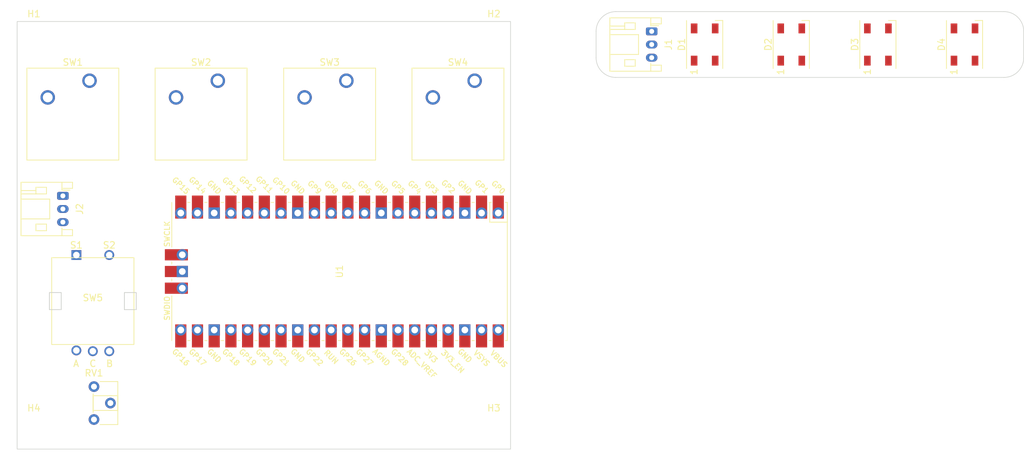
<source format=kicad_pcb>
(kicad_pcb (version 20211014) (generator pcbnew)
  (layers (0 "F.Cu" signal) (31 "B.Cu" signal) (34 "B.Paste" user) (35 "F.Paste" user) (36 "B.SilkS" user "B.Silkscreen") (37 "F.SilkS" user "F.Silkscreen") (38 "B.Mask" user) (39 "F.Mask" user) (44 "Edge.Cuts" user))
  (net 0 "")
  (net 1 "+5V")
  (net 2 "Net-(D1-Pad2)")
  (net 3 "GND")
  (net 4 "Net-(D2-Pad2)")
  (net 5 "Net-(D1-Pad1)")
  (net 6 "Net-(RV1-Pad2)")
  (net 7 "+3V3")
  (net 8 "Net-(SW1-Pad1)")
  (net 9 "Net-(SW2-Pad1)")
  (net 10 "Net-(SW3-Pad1)")
  (net 20 "Net-(D3-Pad2)")
  (net 45 "Net-(D1-Pad3)")
  (net 46 "/DATA")
  (net 47 "Net-(SW4-Pad1)")
  (net 48 "Net-(U1-Pad7)")
  (net 49 "Net-(U1-Pad5)")
  (net 50 "Net-(U1-Pad6)")
  (net 51 "Net-(U1-Pad4)")
  (footprint "MountingHole:MountingHole_2.7mm_M2.5" (layer "F.Cu") (at 92.46 22.54)
    (fp_text reference "H2" (at 0 -3.7) (layer "F.SilkS"))
    (fp_text value "MountingHole")
    (pad "" np_thru_hole circle (at 0 0) (size 2.7 2.7) (drill 2.7) (layers *.Cu *.Mask))
  )
  (footprint "MountingHole:MountingHole_2.7mm_M2.5" (layer "F.Cu") (at 92.46 82.46)
    (fp_text reference "H3" (at 0 -3.7) (layer "F.SilkS"))
    (fp_text value "MountingHole")
    (pad "" np_thru_hole circle (at 0 0) (size 2.7 2.7) (drill 2.7) (layers *.Cu *.Mask))
  )
  (footprint "Footprints:pec11_rotary_encoder" (layer "F.Cu") (at 31.5 62.5)
    (fp_text reference "SW5" (at 0 -0.5 unlocked) (layer "F.SilkS"))
    (fp_text value "RotaryEncoder_Switch")
    (fp_text user "A" (at -2.54 9.5 unlocked) (layer "F.SilkS"))
    (fp_text user "B" (at 2.54 9.5 unlocked) (layer "F.SilkS"))
    (fp_text user "C" (at 0 9.5 unlocked) (layer "F.SilkS"))
    (fp_text user "S2" (at 2.5 -8.5 unlocked) (layer "F.SilkS"))
    (fp_text user "S1" (at -2.5 -8.5 unlocked) (layer "F.SilkS"))
    (fp_rect (start -6.25 -6.6) (end 6.25 6.6) (layer "F.SilkS") (width 0.12) (fill none))
    (fp_rect (start -6.6 1.3) (end -4.8 -1.3) (layer "Edge.Cuts") (width 0.12) (fill none))
    (fp_rect (start 4.8 1.3) (end 6.6 -1.3) (layer "Edge.Cuts") (width 0.12) (fill none))
    (pad "A" thru_hole circle (at -2.5 7.5) (size 1.5 1.5) (drill 1) (layers *.Cu *.Mask) (net 48 "Net-(U1-Pad7)"))
    (pad "B" thru_hole circle (at 2.5 7.62) (size 1.5 1.5) (drill 1) (layers *.Cu *.Mask) (net 49 "Net-(U1-Pad5)"))
    (pad "C" thru_hole circle (at 0 7.62) (size 1.5 1.5) (drill 1) (layers *.Cu *.Mask) (net 50 "Net-(U1-Pad6)"))
    (pad "S1" thru_hole rect (at -2.5 -7) (size 1.5 1.5) (drill 1) (layers *.Cu *.Mask) (net 7 "+3V3"))
    (pad "S2" thru_hole circle (at 2.5 -7) (size 1.5 1.5) (drill 1) (layers *.Cu *.Mask) (net 51 "Net-(U1-Pad4)"))
  )
  (footprint "Button_Switch_Keyboard:SW_Cherry_MX_1.00u_PCB" (layer "F.Cu") (at 50.5 29)
    (fp_text reference "SW2" (at -2.54 -2.794) (layer "F.SilkS"))
    (fp_text value "SW_Push")
    (fp_line (start -9.525 -1.905) (end 4.445 -1.905) (layer "F.SilkS") (width 0.12))
    (fp_line (start -9.525 12.065) (end -9.525 -1.905) (layer "F.SilkS") (width 0.12))
    (fp_line (start 4.445 -1.905) (end 4.445 12.065) (layer "F.SilkS") (width 0.12))
    (fp_line (start 4.445 12.065) (end -9.525 12.065) (layer "F.SilkS") (width 0.12))
    (pad "" np_thru_hole circle (at -2.54 5.08) (size 4 4) (drill 4) (layers *.Cu *.Mask))
    (pad "" np_thru_hole circle (at 2.54 5.08) (size 1.7 1.7) (drill 1.7) (layers *.Cu *.Mask))
    (pad "" np_thru_hole circle (at -7.62 5.08) (size 1.7 1.7) (drill 1.7) (layers *.Cu *.Mask))
    (pad "1" thru_hole circle (at 0 0) (size 2.2 2.2) (drill 1.5) (layers *.Cu *.Mask) (net 9 "Net-(SW2-Pad1)"))
    (pad "2" thru_hole circle (at -6.35 2.54) (size 2.2 2.2) (drill 1.5) (layers *.Cu *.Mask) (net 7 "+3V3"))
  )
  (footprint "LED_SMD:LED_WS2812B_PLCC4_5.0x5.0mm_P3.2mm" (layer "F.Cu") (at 137.666666 23.5 90)
    (fp_text reference "D2" (at 0 -3.5 90) (layer "F.SilkS"))
    (fp_text value "WS2812B")
    (fp_text user "1" (at -4.15 -1.6 90) (layer "F.SilkS"))
    (fp_line (start -3.65 -2.75) (end 3.65 -2.75) (layer "F.SilkS") (width 0.12))
    (fp_line (start 3.65 2.75) (end 3.65 1.6) (layer "F.SilkS") (width 0.12))
    (fp_line (start -3.65 2.75) (end 3.65 2.75) (layer "F.SilkS") (width 0.12))
    (pad "1" smd rect (at -2.45 -1.6 90) (size 1.5 1) (layers "F.Cu" "F.Paste" "F.Mask") (net 5 "Net-(D1-Pad1)"))
    (pad "2" smd rect (at -2.45 1.6 90) (size 1.5 1) (layers "F.Cu" "F.Paste" "F.Mask") (net 4 "Net-(D2-Pad2)"))
    (pad "3" smd rect (at 2.45 1.6 90) (size 1.5 1) (layers "F.Cu" "F.Paste" "F.Mask") (net 45 "Net-(D1-Pad3)"))
    (pad "4" smd rect (at 2.45 -1.6 90) (size 1.5 1) (layers "F.Cu" "F.Paste" "F.Mask") (net 2 "Net-(D1-Pad2)"))
  )
  (footprint "Connector_JST:JST_PH_S3B-PH-K_1x03_P2.00mm_Horizontal" (layer "F.Cu") (at 26.95 46.5 -90)
    (fp_text reference "J2" (at 2 -2.55 90) (layer "F.SilkS"))
    (fp_text value "Conn_01x03_Male")
    (fp_line (start -0.3 4.1) (end -0.3 2.5) (layer "F.SilkS") (width 0.12))
    (fp_line (start -0.3 2.5) (end -1.3 2.5) (layer "F.SilkS") (width 0.12))
    (fp_line (start 6.06 0.14) (end 5.14 0.14) (layer "F.SilkS") (width 0.12))
    (fp_line (start 0.5 2) (end 3.5 2) (layer "F.SilkS") (width 0.12))
    (fp_line (start -1.3 2.5) (end -1.3 4.1) (layer "F.SilkS") (width 0.12))
    (fp_line (start 5.14 0.14) (end 4.86 0.14) (layer "F.SilkS") (width 0.12))
    (fp_line (start 5.3 2.5) (end 5.3 4.1) (layer "F.SilkS") (width 0.12))
    (fp_line (start 3.5 2) (end 3.5 6.36) (layer "F.SilkS") (width 0.12))
    (fp_line (start 4.3 4.1) (end 4.3 2.5) (layer "F.SilkS") (width 0.12))
    (fp_line (start -2.06 0.14) (end -1.14 0.14) (layer "F.SilkS") (width 0.12))
    (fp_line (start 6.06 6.36) (end 6.06 -1.46) (layer "F.SilkS") (width 0.12))
    (fp_line (start -0.86 0.14) (end -0.86 -1.075) (layer "F.SilkS") (width 0.12))
    (fp_line (start -1.14 -1.46) (end -2.06 -1.46) (layer "F.SilkS") (width 0.12))
    (fp_line (start -0.86 0.14) (end -1.14 0.14) (layer "F.SilkS") (width 0.12))
    (fp_line (start 4.3 2.5) (end 5.3 2.5) (layer "F.SilkS") (width 0.12))
    (fp_line (start 0.5 6.36) (end 0.5 2) (layer "F.SilkS") (width 0.12))
    (fp_line (start -2.06 -1.46) (end -2.06 6.36) (layer "F.SilkS") (width 0.12))
    (fp_line (start -0.8 4.1) (end -0.8 6.36) (layer "F.SilkS") (width 0.12))
    (fp_line (start 5.14 -1.46) (end 5.14 0.14) (layer "F.SilkS") (width 0.12))
    (fp_line (start -1.3 4.1) (end -0.3 4.1) (layer "F.SilkS") (width 0.12))
    (fp_line (start -1.14 0.14) (end -1.14 -1.46) (layer "F.SilkS") (width 0.12))
    (fp_line (start 5.3 4.1) (end 4.3 4.1) (layer "F.SilkS") (width 0.12))
    (fp_line (start -2.06 6.36) (end 6.06 6.36) (layer "F.SilkS") (width 0.12))
    (fp_line (start -0.3 4.1) (end -0.3 6.36) (layer "F.SilkS") (width 0.12))
    (fp_line (start 6.06 -1.46) (end 5.14 -1.46) (layer "F.SilkS") (width 0.12))
    (pad "1" thru_hole roundrect (at 0 0 270) (size 1.2 1.75) (drill 0.75) (layers *.Cu *.Mask) (roundrect_rratio 0.208333) (net 1 "+5V"))
    (pad "2" thru_hole oval (at 2 0 270) (size 1.2 1.75) (drill 0.75) (layers *.Cu *.Mask) (net 46 "/DATA"))
    (pad "3" thru_hole oval (at 4 0 270) (size 1.2 1.75) (drill 0.75) (layers *.Cu *.Mask) (net 3 "GND"))
  )
  (footprint "MountingHole:MountingHole_2.7mm_M2.5" (layer "F.Cu") (at 22.54 82.46)
    (fp_text reference "H4" (at 0 -3.7) (layer "F.SilkS"))
    (fp_text value "MountingHole")
    (pad "" np_thru_hole circle (at 0 0) (size 2.7 2.7) (drill 2.7) (layers *.Cu *.Mask))
  )
  (footprint "Button_Switch_Keyboard:SW_Cherry_MX_1.00u_PCB" (layer "F.Cu") (at 31 29)
    (fp_text reference "SW1" (at -2.54 -2.794) (layer "F.SilkS"))
    (fp_text value "SW_Push")
    (fp_line (start 4.445 12.065) (end -9.525 12.065) (layer "F.SilkS") (width 0.12))
    (fp_line (start -9.525 12.065) (end -9.525 -1.905) (layer "F.SilkS") (width 0.12))
    (fp_line (start -9.525 -1.905) (end 4.445 -1.905) (layer "F.SilkS") (width 0.12))
    (fp_line (start 4.445 -1.905) (end 4.445 12.065) (layer "F.SilkS") (width 0.12))
    (pad "" np_thru_hole circle (at -7.62 5.08) (size 1.7 1.7) (drill 1.7) (layers *.Cu *.Mask))
    (pad "" np_thru_hole circle (at 2.54 5.08) (size 1.7 1.7) (drill 1.7) (layers *.Cu *.Mask))
    (pad "" np_thru_hole circle (at -2.54 5.08) (size 4 4) (drill 4) (layers *.Cu *.Mask))
    (pad "1" thru_hole circle (at 0 0) (size 2.2 2.2) (drill 1.5) (layers *.Cu *.Mask) (net 8 "Net-(SW1-Pad1)"))
    (pad "2" thru_hole circle (at -6.35 2.54) (size 2.2 2.2) (drill 1.5) (layers *.Cu *.Mask) (net 7 "+3V3"))
  )
  (footprint "Button_Switch_Keyboard:SW_Cherry_MX_1.00u_PCB" (layer "F.Cu") (at 89.54 29)
    (fp_text reference "SW4" (at -2.54 -2.794) (layer "F.SilkS"))
    (fp_text value "SW_Push")
    (fp_line (start 4.445 12.065) (end -9.525 12.065) (layer "F.SilkS") (width 0.12))
    (fp_line (start -9.525 -1.905) (end 4.445 -1.905) (layer "F.SilkS") (width 0.12))
    (fp_line (start -9.525 12.065) (end -9.525 -1.905) (layer "F.SilkS") (width 0.12))
    (fp_line (start 4.445 -1.905) (end 4.445 12.065) (layer "F.SilkS") (width 0.12))
    (pad "" np_thru_hole circle (at 2.54 5.08) (size 1.7 1.7) (drill 1.7) (layers *.Cu *.Mask))
    (pad "" np_thru_hole circle (at -7.62 5.08) (size 1.7 1.7) (drill 1.7) (layers *.Cu *.Mask))
    (pad "" np_thru_hole circle (at -2.54 5.08) (size 4 4) (drill 4) (layers *.Cu *.Mask))
    (pad "1" thru_hole circle (at 0 0) (size 2.2 2.2) (drill 1.5) (layers *.Cu *.Mask) (net 47 "Net-(SW4-Pad1)"))
    (pad "2" thru_hole circle (at -6.35 2.54) (size 2.2 2.2) (drill 1.5) (layers *.Cu *.Mask) (net 7 "+3V3"))
  )
  (footprint "LED_SMD:LED_WS2812B_PLCC4_5.0x5.0mm_P3.2mm" (layer "F.Cu") (at 150.833332 23.5 90)
    (fp_text reference "D3" (at 0 -3.5 90) (layer "F.SilkS"))
    (fp_text value "WS2812B")
    (fp_text user "1" (at -4.15 -1.6 90) (layer "F.SilkS"))
    (fp_line (start 3.65 2.75) (end 3.65 1.6) (layer "F.SilkS") (width 0.12))
    (fp_line (start -3.65 -2.75) (end 3.65 -2.75) (layer "F.SilkS") (width 0.12))
    (fp_line (start -3.65 2.75) (end 3.65 2.75) (layer "F.SilkS") (width 0.12))
    (pad "1" smd rect (at -2.45 -1.6 90) (size 1.5 1) (layers "F.Cu" "F.Paste" "F.Mask") (net 5 "Net-(D1-Pad1)"))
    (pad "2" smd rect (at -2.45 1.6 90) (size 1.5 1) (layers "F.Cu" "F.Paste" "F.Mask") (net 20 "Net-(D3-Pad2)"))
    (pad "3" smd rect (at 2.45 1.6 90) (size 1.5 1) (layers "F.Cu" "F.Paste" "F.Mask") (net 45 "Net-(D1-Pad3)"))
    (pad "4" smd rect (at 2.45 -1.6 90) (size 1.5 1) (layers "F.Cu" "F.Paste" "F.Mask") (net 4 "Net-(D2-Pad2)"))
  )
  (footprint "MountingHole:MountingHole_2.7mm_M2.5" (layer "F.Cu") (at 22.54 22.54)
    (fp_text reference "H1" (at 0 -3.7) (layer "F.SilkS"))
    (fp_text value "MountingHole")
    (pad "" np_thru_hole circle (at 0 0) (size 2.7 2.7) (drill 2.7) (layers *.Cu *.Mask))
  )
  (footprint "Button_Switch_Keyboard:SW_Cherry_MX_1.00u_PCB" (layer "F.Cu") (at 70.04 29)
    (fp_text reference "SW3" (at -2.54 -2.794) (layer "F.SilkS"))
    (fp_text value "SW_Push")
    (fp_line (start 4.445 -1.905) (end 4.445 12.065) (layer "F.SilkS") (width 0.12))
    (fp_line (start -9.525 -1.905) (end 4.445 -1.905) (layer "F.SilkS") (width 0.12))
    (fp_line (start -9.525 12.065) (end -9.525 -1.905) (layer "F.SilkS") (width 0.12))
    (fp_line (start 4.445 12.065) (end -9.525 12.065) (layer "F.SilkS") (width 0.12))
    (pad "" np_thru_hole circle (at -2.54 5.08) (size 4 4) (drill 4) (layers *.Cu *.Mask))
    (pad "" np_thru_hole circle (at -7.62 5.08) (size 1.7 1.7) (drill 1.7) (layers *.Cu *.Mask))
    (pad "" np_thru_hole circle (at 2.54 5.08) (size 1.7 1.7) (drill 1.7) (layers *.Cu *.Mask))
    (pad "1" thru_hole circle (at 0 0) (size 2.2 2.2) (drill 1.5) (layers *.Cu *.Mask) (net 10 "Net-(SW3-Pad1)"))
    (pad "2" thru_hole circle (at -6.35 2.54) (size 2.2 2.2) (drill 1.5) (layers *.Cu *.Mask) (net 7 "+3V3"))
  )
  (footprint "MCU_RaspberryPi_and_Boards:RPi_Pico_SMD_TH" (layer "F.Cu") (at 69 58 -90)
    (fp_text reference "U1" (at 0 0 90) (layer "F.SilkS"))
    (fp_text value "Pico")
    (fp_text user "SWCLK" (at -5.7 26.2 90) (layer "F.SilkS") (effects (font (size 0.8 0.8))))
    (fp_text user "GP21" (at 13.054 8.9 135) (layer "F.SilkS") (effects (font (size 0.8 0.8))))
    (fp_text user "GND" (at -12.8 -6.35 135) (layer "F.SilkS") (effects (font (size 0.8 0.8))))
    (fp_text user "GP19" (at 13.054 13.97 135) (layer "F.SilkS") (effects (font (size 0.8 0.8))))
    (fp_text user "GP0" (at -12.8 -24.13 135) (layer "F.SilkS") (effects (font (size 0.8 0.8))))
    (fp_text user "GP15" (at -13.054 24.13 135) (layer "F.SilkS") (effects (font (size 0.8 0.8))))
    (fp_text user "GP12" (at -13.2 13.97 135) (layer "F.SilkS") (effects (font (size 0.8 0.8))))
    (fp_text user "GP22" (at 13.054 3.81 135) (layer "F.SilkS") (effects (font (size 0.8 0.8))))
    (fp_text user "GP28" (at 13.054 -9.144 135) (layer "F.SilkS") (effects (font (size 0.8 0.8))))
    (fp_text user "GP20" (at 13.054 11.43 135) (layer "F.SilkS") (effects (font (size 0.8 0.8))))
    (fp_text user "GP5" (at -12.8 -8.89 135) (layer "F.SilkS") (effects (font (size 0.8 0.8))))
    (fp_text user "GP11" (at -13.2 11.43 135) (layer "F.SilkS") (effects (font (size 0.8 0.8))))
    (fp_text user "GND" (at 12.8 19.05 135) (layer "F.SilkS") (effects (font (size 0.8 0.8))))
    (fp_text user "GP2" (at -12.9 -16.51 135) (layer "F.SilkS") (effects (font (size 0.8 0.8))))
    (fp_text user "GP14" (at -13.1 21.59 135) (layer "F.SilkS") (effects (font (size 0.8 0.8))))
    (fp_text user "GP6" (at -12.8 -3.81 135) (layer "F.SilkS") (effects (font (size 0.8 0.8))))
    (fp_text user "GP9" (at -12.8 3.81 135) (layer "F.SilkS") (effects (font (size 0.8 0.8))))
    (fp_text user "GND" (at 12.8 6.35 135) (layer "F.SilkS") (effects (font (size 0.8 0.8))))
    (fp_text user "GND" (at 12.8 -19.05 135) (layer "F.SilkS") (effects (font (size 0.8 0.8))))
    (fp_text user "3V3" (at 12.9 -13.9 135) (layer "F.SilkS") (effects (font (size 0.8 0.8))))
    (fp_text user "AGND" (at 13.054 -6.35 135) (layer "F.SilkS") (effects (font (size 0.8 0.8))))
    (fp_text user "GP10" (at -13.054 8.89 135) (layer "F.SilkS") (effects (font (size 0.8 0.8))))
    (fp_text user "GP27" (at 13.054 -3.8 135) (layer "F.SilkS") (effects (font (size 0.8 0.8))))
    (fp_text user "GND" (at -12.8 -19.05 135) (layer "F.SilkS") (effects (font (size 0.8 0.8))))
    (fp_text user "GP4" (at -12.8 -11.43 135) (layer "F.SilkS") (effects (font (size 0.8 0.8))))
    (fp_text user "GP18" (at 13.054 16.51 135) (layer "F.SilkS") (effects (font (size 0.8 0.8))))
    (fp_text user "GP1" (at -12.9 -21.6 135) (layer "F.SilkS") (effects (font (size 0.8 0.8))))
    (fp_text user "VBUS" (at 13.3 -24.2 135) (layer "F.SilkS") (effects (font (size 0.8 0.8))))
    (fp_text user "GP13" (at -13.054 16.51 135) (layer "F.SilkS") (effects (font (size 0.8 0.8))))
    (fp_text user "RUN" (at 13 1.27 135) (layer "F.SilkS") (effects (font (size 0.8 0.8))))
    (fp_text user "3V3_EN" (at 13.7 -17.2 135) (layer "F.SilkS") (effects (font (size 0.8 0.8))))
    (fp_text user "ADC_VREF" (at 14 -12.5 135) (layer "F.SilkS") (effects (font (size 0.8 0.8))))
    (fp_text user "GP16" (at 13.054 24.13 135) (layer "F.SilkS") (effects (font (size 0.8 0.8))))
    (fp_text user "GND" (at -12.8 19.05 135) (layer "F.SilkS") (effects (font (size 0.8 0.8))))
    (fp_text user "GP3" (at -12.8 -13.97 135) (layer "F.SilkS") (effects (font (size 0.8 0.8))))
    (fp_text user "VSYS" (at 13.2 -21.59 135) (layer "F.SilkS") (effects (font (size 0.8 0.8))))
    (fp_text user "GP26" (at 13.054 -1.27 135) (layer "F.SilkS") (effects (font (size 0.8 0.8))))
    (fp_text user "SWDIO" (at 5.6 26.2 90) (layer "F.SilkS") (effects (font (size 0.8 0.8))))
    (fp_text user "GP7" (at -12.7 -1.3 135) (layer "F.SilkS") (effects (font (size 0.8 0.8))))
    (fp_text user "GP17" (at 13.054 21.59 135) (layer "F.SilkS") (effects (font (size 0.8 0.8))))
    (fp_text user "GP8" (at -12.8 1.27 135) (layer "F.SilkS") (effects (font (size 0.8 0.8))))
    (fp_text user "GND" (at -12.8 6.35 135) (layer "F.SilkS") (effects (font (size 0.8 0.8))))
    (fp_line (start 10.5 -7.8) (end 10.5 -7.4) (layer "F.SilkS") (width 0.12))
    (fp_line (start 10.5 -20.5) (end 10.5 -20.1) (layer "F.SilkS") (width 0.12))
    (fp_line (start -1.5 25.5) (end -1.1 25.5) (layer "F.SilkS") (width 0.12))
    (fp_line (start 10.5 -0.2) (end 10.5 0.2) (layer "F.SilkS") (width 0.12))
    (fp_line (start -10.5 -20.5) (end -10.5 -20.1) (layer "F.SilkS") (width 0.12))
    (fp_line (start 10.5 -23.1) (end 10.5 -22.7) (layer "F.SilkS") (width 0.12))
    (fp_line (start -10.5 17.6) (end -10.5 18) (layer "F.SilkS") (width 0.12))
    (fp_line (start 10.5 20.1) (end 10.5 20.5) (layer "F.SilkS") (width 0.12))
    (fp_line (start -10.5 -2.7) (end -10.5 -2.3) (layer "F.SilkS") (width 0.12))
    (fp_line (start -10.5 -25.5) (end -10.5 -25.2) (layer "F.SilkS") (width 0.12))
    (fp_line (start 10.5 10) (end 10.5 10.4) (layer "F.SilkS") (width 0.12))
    (fp_line (start 10.5 25.5) (end 3.7 25.5) (layer "F.SilkS") (width 0.12))
    (fp_line (start -10.5 -15.4) (end -10.5 -15) (layer "F.SilkS") (width 0.12))
    (fp_line (start -10.5 7.4) (end -10.5 7.8) (layer "F.SilkS") (width 0.12))
    (fp_line (start -10.5 -0.2) (end -10.5 0.2) (layer "F.SilkS") (width 0.12))
    (fp_line (start -10.5 22.7) (end -10.5 23.1) (layer "F.SilkS") (width 0.12))
    (fp_line (start 10.5 17.6) (end 10.5 18) (layer "F.SilkS") (width 0.12))
    (fp_line (start 10.5 -25.5) (end 10.5 -25.2) (layer "F.SilkS") (width 0.12))
    (fp_line (start -3.7 25.5) (end -10.5 25.5) (layer "F.SilkS") (width 0.12))
    (fp_line (start 10.5 -12.9) (end 10.5 -12.5) (layer "F.SilkS") (width 0.12))
    (fp_line (start -10.5 15.1) (end -10.5 15.5) (layer "F.SilkS") (width 0.12))
    (fp_line (start 10.5 -5.3) (end 10.5 -4.9) (layer "F.SilkS") (width 0.12))
    (fp_line (start -10.5 -12.9) (end -10.5 -12.5) (layer "F.SilkS") (width 0.12))
    (fp_line (start -10.5 4.9) (end -10.5 5.3) (layer "F.SilkS") (width 0.12))
    (fp_line (start 10.5 -18) (end 10.5 -17.6) (layer "F.SilkS") (width 0.12))
    (fp_line (start -10.5 -23.1) (end -10.5 -22.7) (layer "F.SilkS") (width 0.12))
    (fp_line (start -10.5 -18) (end -10.5 -17.6) (layer "F.SilkS") (width 0.12))
    (fp_line (start 10.5 -15.4) (end 10.5 -15) (layer "F.SilkS") (width 0.12))
    (fp_line (start 10.5 15.1) (end 10.5 15.5) (layer "F.SilkS") (width 0.12))
    (fp_line (start -10.5 -22.833) (end -7.493 -22.833) (layer "F.SilkS") (width 0.12))
    (fp_line (start -10.5 10) (end -10.5 10.4) (layer "F.SilkS") (width 0.12))
    (fp_line (start -10.5 -10.4) (end -10.5 -10) (layer "F.SilkS") (width 0.12))
    (fp_line (start -7.493 -22.833) (end -7.493 -25.5) (layer "F.SilkS") (width 0.12))
    (fp_line (start -10.5 20.1) (end -10.5 20.5) (layer "F.SilkS") (width 0.12))
    (fp_line (start 10.5 7.4) (end 10.5 7.8) (layer "F.SilkS") (width 0.12))
    (fp_line (start 10.5 -10.4) (end 10.5 -10) (layer "F.SilkS") (width 0.12))
    (fp_line (start -10.5 2.3) (end -10.5 2.7) (layer "F.SilkS") (width 0.12))
    (fp_line (start 10.5 12.5) (end 10.5 12.9) (layer "F.SilkS") (width 0.12))
    (fp_line (start 10.5 4.9) (end 10.5 5.3) (layer "F.SilkS") (width 0.12))
    (fp_line (start -10.5 -5.3) (end -10.5 -4.9) (layer "F.SilkS") (width 0.12))
    (fp_line (start 10.5 -2.7) (end 10.5 -2.3) (layer "F.SilkS") (width 0.12))
    (fp_line (start -10.5 -7.8) (end -10.5 -7.4) (layer "F.SilkS") (width 0.12))
    (fp_line (start -10.5 12.5) (end -10.5 12.9) (layer "F.SilkS") (width 0.12))
    (fp_line (start -10.5 -25.5) (end 10.5 -25.5) (layer "F.SilkS") (width 0.12))
    (fp_line (start 1.1 25.5) (end 1.5 25.5) (layer "F.SilkS") (width 0.12))
    (fp_line (start 10.5 2.3) (end 10.5 2.7) (layer "F.SilkS") (width 0.12))
    (fp_line (start 10.5 22.7) (end 10.5 23.1) (layer "F.SilkS") (width 0.12))
    (pad "" np_thru_hole oval (at -2.425 -20.97 270) (size 1.5 1.5) (drill 1.5) (layers *.Cu *.Mask))
    (pad "" np_thru_hole oval (at 2.725 -24 270) (size 1.8 1.8) (drill 1.8) (layers *.Cu *.Mask))
    (pad "" np_thru_hole oval (at -2.725 -24 270) (size 1.8 1.8) (drill 1.8) (layers *.Cu *.Mask))
    (pad "" np_thru_hole oval (at 2.425 -20.97 270) (size 1.5 1.5) (drill 1.5) (layers *.Cu *.Mask))
    (pad "1" smd rect (at -8.89 -24.13 270) (size 3.5 1.7) (drill (offset -0.9 0)) (layers "F.Cu" "F.Mask"))
    (pad "1" thru_hole oval (at -8.89 -24.13 270) (size 1.7 1.7) (drill 1.02) (layers *.Cu *.Mask))
    (pad "2" thru_hole oval (at -8.89 -21.59 270) (size 1.7 1.7) (drill 1.02) (layers *.Cu *.Mask))
    (pad "2" smd rect (at -8.89 -21.59 270) (size 3.5 1.7) (drill (offset -0.9 0)) (layers "F.Cu" "F.Mask"))
    (pad "3" smd rect (at -8.89 -19.05 270) (size 3.5 1.7) (drill (offset -0.9 0)) (layers "F.Cu" "F.Mask"))
    (pad "3" thru_hole rect (at -8.89 -19.05 270) (size 1.7 1.7) (drill 1.02) (layers *.Cu *.Mask))
    (pad "4" thru_hole oval (at -8.89 -16.51 270) (size 1.7 1.7) (drill 1.02) (layers *.Cu *.Mask) (net 51 "Net-(U1-Pad4)"))
    (pad "4" smd rect (at -8.89 -16.51 270) (size 3.5 1.7) (drill (offset -0.9 0)) (layers "F.Cu" "F.Mask") (net 51 "Net-(U1-Pad4)"))
    (pad "5" smd rect (at -8.89 -13.97 270) (size 3.5 1.7) (drill (offset -0.9 0)) (layers "F.Cu" "F.Mask") (net 49 "Net-(U1-Pad5)"))
    (pad "5" thru_hole oval (at -8.89 -13.97 270) (size 1.7 1.7) (drill 1.02) (layers *.Cu *.Mask) (net 49 "Net-(U1-Pad5)"))
    (pad "6" smd rect (at -8.89 -11.43 270) (size 3.5 1.7) (drill (offset -0.9 0)) (layers "F.Cu" "F.Mask") (net 50 "Net-(U1-Pad6)"))
    (pad "6" thru_hole oval (at -8.89 -11.43 270) (size 1.7 1.7) (drill 1.02) (layers *.Cu *.Mask) (net 50 "Net-(U1-Pad6)"))
    (pad "7" smd rect (at -8.89 -8.89 270) (size 3.5 1.7) (drill (offset -0.9 0)) (layers "F.Cu" "F.Mask") (net 48 "Net-(U1-Pad7)"))
    (pad "7" thru_hole oval (at -8.89 -8.89 270) (size 1.7 1.7) (drill 1.02) (layers *.Cu *.Mask) (net 48 "Net-(U1-Pad7)"))
    (pad "8" smd rect (at -8.89 -6.35 270) (size 3.5 1.7) (drill (offset -0.9 0)) (layers "F.Cu" "F.Mask"))
    (pad "8" thru_hole rect (at -8.89 -6.35 270) (size 1.7 1.7) (drill 1.02) (layers *.Cu *.Mask))
    (pad "9" thru_hole oval (at -8.89 -3.81 270) (size 1.7 1.7) (drill 1.02) (layers *.Cu *.Mask))
    (pad "9" smd rect (at -8.89 -3.81 270) (size 3.5 1.7) (drill (offset -0.9 0)) (layers "F.Cu" "F.Mask"))
    (pad "10" thru_hole oval (at -8.89 -1.27 270) (size 1.7 1.7) (drill 1.02) (layers *.Cu *.Mask))
    (pad "10" smd rect (at -8.89 -1.27 270) (size 3.5 1.7) (drill (offset -0.9 0)) (layers "F.Cu" "F.Mask"))
    (pad "11" thru_hole oval (at -8.89 1.27 270) (size 1.7 1.7) (drill 1.02) (layers *.Cu *.Mask))
    (pad "11" smd rect (at -8.89 1.27 270) (size 3.5 1.7) (drill (offset -0.9 0)) (layers "F.Cu" "F.Mask"))
    (pad "12" smd rect (at -8.89 3.81 270) (size 3.5 1.7) (drill (offset -0.9 0)) (layers "F.Cu" "F.Mask"))
    (pad "12" thru_hole oval (at -8.89 3.81 270) (size 1.7 1.7) (drill 1.02) (layers *.Cu *.Mask))
    (pad "13" thru_hole rect (at -8.89 6.35 270) (size 1.7 1.7) (drill 1.02) (layers *.Cu *.Mask))
    (pad "13" smd rect (at -8.89 6.35 270) (size 3.5 1.7) (drill (offset -0.9 0)) (layers "F.Cu" "F.Mask"))
    (pad "14" thru_hole oval (at -8.89 8.89 270) (size 1.7 1.7) (drill 1.02) (layers *.Cu *.Mask) (net 47 "Net-(SW4-Pad1)"))
    (pad "14" smd rect (at -8.89 8.89 270) (size 3.5 1.7) (drill (offset -0.9 0)) (layers "F.Cu" "F.Mask") (net 47 "Net-(SW4-Pad1)"))
    (pad "15" thru_hole oval (at -8.89 11.43 270) (size 1.7 1.7) (drill 1.02) (layers *.Cu *.Mask) (net 10 "Net-(SW3-Pad1)"))
    (pad "15" smd rect (at -8.89 11.43 270) (size 3.5 1.7) (drill (offset -0.9 0)) (layers "F.Cu" "F.Mask") (net 10 "Net-(SW3-Pad1)"))
    (pad "16" thru_hole oval (at -8.89 13.97 270) (size 1.7 1.7) (drill 1.02) (layers *.Cu *.Mask) (net 9 "Net-(SW2-Pad1)"))
    (pad "16" smd rect (at -8.89 13.97 270) (size 3.5 1.7) (drill (offset -0.9 0)) (layers "F.Cu" "F.Mask") (net 9 "Net-(SW2-Pad1)"))
    (pad "17" smd rect (at -8.89 16.51 270) (size 3.5 1.7) (drill (offset -0.9 0)) (layers "F.Cu" "F.Mask") (net 8 "Net-(SW1-Pad1)"))
    (pad "17" thru_hole oval (at -8.89 16.51 270) (size 1.7 1.7) (drill 1.02) (layers *.Cu *.Mask) (net 8 "Net-(SW1-Pad1)"))
    (pad "18" thru_hole rect (at -8.89 19.05 270) (size 1.7 1.7) (drill 1.02) (layers *.Cu *.Mask))
    (pad "18" smd rect (at -8.89 19.05 270) (size 3.5 1.7) (drill (offset -0.9 0)) (layers "F.Cu" "F.Mask"))
    (pad "19" smd rect (at -8.89 21.59 270) (size 3.5 1.7) (drill (offset -0.9 0)) (layers "F.Cu" "F.Mask"))
    (pad "19" thru_hole oval (at -8.89 21.59 270) (size 1.7 1.7) (drill 1.02) (layers *.Cu *.Mask))
    (pad "20" thru_hole oval (at -8.89 24.13 270) (size 1.7 1.7) (drill 1.02) (layers *.Cu *.Mask))
    (pad "20" smd rect (at -8.89 24.13 270) (size 3.5 1.7) (drill (offset -0.9 0)) (layers "F.Cu" "F.Mask"))
    (pad "21" smd rect (at 8.89 24.13 270) (size 3.5 1.7) (drill (offset 0.9 0)) (layers "F.Cu" "F.Mask") (net 46 "/DATA"))
    (pad "21" thru_hole oval (at 8.89 24.13 270) (size 1.7 1.7) (drill 1.02) (layers *.Cu *.Mask) (net 46 "/DATA"))
    (pad "22" thru_hole oval (at 8.89 21.59 270) (size 1.7 1.7) (drill 1.02) (layers *.Cu *.Mask))
    (pad "22" smd rect (at 8.89 21.59 270) (size 3.5 1.7) (drill (offset 0.9 0)) (layers "F.Cu" "F.Mask"))
    (pad "23" smd rect (at 8.89 19.05 270) (size 3.5 1.7) (drill (offset 0.9 0)) (layers "F.Cu" "F.Mask"))
    (pad "23" thru_hole rect (at 8.89 19.05 270) (size 1.7 1.7) (drill 1.02) (layers *.Cu *.Mask))
    (pad "24" smd rect (at 8.89 16.51 270) (size 3.5 1.7) (drill (offset 0.9 0)) (layers "F.Cu" "F.Mask"))
    (pad "24" thru_hole oval (at 8.89 16.51 270) (size 1.7 1.7) (drill 1.02) (layers *.Cu *.Mask))
    (pad "25" smd rect (at 8.89 13.97 270) (size 3.5 1.7) (drill (offset 0.9 0)) (layers "F.Cu" "F.Mask"))
    (pad "25" thru_hole oval (at 8.89 13.97 270) (size 1.7 1.7) (drill 1.02) (layers *.Cu *.Mask))
    (pad "26" thru_hole oval (at 8.89 11.43 270) (size 1.7 1.7) (drill 1.02) (layers *.Cu *.Mask))
    (pad "26" smd rect (at 8.89 11.43 270) (size 3.5 1.7) (drill (offset 0.9 0)) (layers "F.Cu" "F.Mask"))
    (pad "27" thru_hole oval (at 8.89 8.89 270) (size 1.7 1.7) (drill 1.02) (layers *.Cu *.Mask))
    (pad "27" smd rect (at 8.89 8.89 270) (size 3.5 1.7) (drill (offset 0.9 0)) (layers "F.Cu" "F.Mask"))
    (pad "28" thru_hole rect (at 8.89 6.35 270) (size 1.7 1.7) (drill 1.02) (layers *.Cu *.Mask))
    (pad "28" smd rect (at 8.89 6.35 270) (size 3.5 1.7) (drill (offset 0.9 0)) (layers "F.Cu" "F.Mask"))
    (pad "29" thru_hole oval (at 8.89 3.81 270) (size 1.7 1.7) (drill 1.02) (layers *.Cu *.Mask))
    (pad "29" smd rect (at 8.89 3.81 270) (size 3.5 1.7) (drill (offset 0.9 0)) (layers "F.Cu" "F.Mask"))
    (pad "30" thru_hole oval (at 8.89 1.27 270) (size 1.7 1.7) (drill 1.02) (layers *.Cu *.Mask))
    (pad "30" smd rect (at 8.89 1.27 270) (size 3.5 1.7) (drill (offset 0.9 0)) (layers "F.Cu" "F.Mask"))
    (pad "31" smd rect (at 8.89 -1.27 270) (size 3.5 1.7) (drill (offset 0.9 0)) (layers "F.Cu" "F.Mask"))
    (pad "31" thru_hole oval (at 8.89 -1.27 270) (size 1.7 1.7) (drill 1.02) (layers *.Cu *.Mask))
    (pad "32" thru_hole oval (at 8.89 -3.81 270) (size 1.7 1.7) (drill 1.02) (layers *.Cu *.Mask) (net 6 "Net-(RV1-Pad2)"))
    (pad "32" smd rect (at 8.89 -3.81 270) (size 3.5 1.7) (drill (offset 0.9 0)) (layers "F.Cu" "F.Mask") (net 6 "Net-(RV1-Pad2)"))
    (pad "33" smd rect (at 8.89 -6.35 270) (size 3.5 1.7) (drill (offset 0.9 0)) (layers "F.Cu" "F.Mask"))
    (pad "33" thru_hole rect (at 8.89 -6.35 270) (size 1.7 1.7) (drill 1.02) (layers *.Cu *.Mask))
    (pad "34" thru_hole oval (at 8.89 -8.89 270) (size 1.7 1.7) (drill 1.02) (layers *.Cu *.Mask))
    (pad "34" smd rect (at 8.89 -8.89 270) (size 3.5 1.7) (drill (offset 0.9 0)) (layers "F.Cu" "F.Mask"))
    (pad "35" smd rect (at 8.89 -11.43 270) (size 3.5 1.7) (drill (offset 0.9 0)) (layers "F.Cu" "F.Mask"))
    (pad "35" thru_hole oval (at 8.89 -11.43 270) (size 1.7 1.7) (drill 1.02) (layers *.Cu *.Mask))
    (pad "36" thru_hole oval (at 8.89 -13.97 270) (size 1.7 1.7) (drill 1.02) (layers *.Cu *.Mask))
    (pad "36" smd rect (at 8.89 -13.97 270) (size 3.5 1.7) (drill (offset 0.9 0)) (layers "F.Cu" "F.Mask"))
    (pad "37" thru_hole oval (at 8.89 -16.51 270) (size 1.7 1.7) (drill 1.02) (layers *.Cu *.Mask))
    (pad "37" smd rect (at 8.89 -16.51 270) (size 3.5 1.7) (drill (offset 0.9 0)) (layers "F.Cu" "F.Mask"))
    (pad "38" smd rect (at 8.89 -19.05 270) (size 3.5 1.7) (drill (offset 0.9 0)) (layers "F.Cu" "F.Mask") (net 3 "GND"))
    (pad "38" thru_hole rect (at 8.89 -19.05 270) (size 1.7 1.7) (drill 1.02) (layers *.Cu *.Mask) (net 3 "GND"))
    (pad "39" thru_hole oval (at 8.89 -21.59 270) (size 1.7 1.7) (drill 1.02) (layers *.Cu *.Mask))
    (pad "39" smd rect (at 8.89 -21.59 270) (size 3.5 1.7) (drill (offset 0.9 0)) (layers "F.Cu" "F.Mask"))
    (pad "40" smd rect (at 8.89 -24.13 270) (size 3.5 1.7) (drill (offset 0.9 0)) (layers "F.Cu" "F.Mask"))
    (pad "40" thru_hole oval (at 8.89 -24.13 270) (size 1.7 1.7) (drill 1.02) (layers *.Cu *.Mask))
    (pad "41" thru_hole oval (at -2.54 23.9 270) (size 1.7 1.7) (drill 1.02) (layers *.Cu *.Mask))
    (pad "41" smd rect (at -2.54 23.9) (size 3.5 1.7) (drill (offset -0.9 0)) (layers "F.Cu" "F.Mask"))
    (pad "42" smd rect (at 0 23.9) (size 3.5 1.7) (drill (offset -0.9 0)) (layers "F.Cu" "F.Mask"))
    (pad "42" thru_hole rect (at 0 23.9 270) (size 1.7 1.7) (drill 1.02) (layers *.Cu *.Mask))
    (pad "43" smd rect (at 2.54 23.9) (size 3.5 1.7) (drill (offset -0.9 0)) (layers "F.Cu" "F.Mask"))
    (pad "43" thru_hole oval (at 2.54 23.9 270) (size 1.7 1.7) (drill 1.02) (layers *.Cu *.Mask))
  )
  (footprint "LED_SMD:LED_WS2812B_PLCC4_5.0x5.0mm_P3.2mm" (layer "F.Cu") (at 124.5 23.5 90)
    (fp_text reference "D1" (at 0 -3.5 90) (layer "F.SilkS"))
    (fp_text value "WS2812B")
    (fp_text user "1" (at -4.15 -1.6 90) (layer "F.SilkS"))
    (fp_line (start -3.65 2.75) (end 3.65 2.75) (layer "F.SilkS") (width 0.12))
    (fp_line (start -3.65 -2.75) (end 3.65 -2.75) (layer "F.SilkS") (width 0.12))
    (fp_line (start 3.65 2.75) (end 3.65 1.6) (layer "F.SilkS") (width 0.12))
    (pad "1" smd rect (at -2.45 -1.6 90) (size 1.5 1) (layers "F.Cu" "F.Paste" "F.Mask") (net 5 "Net-(D1-Pad1)"))
    (pad "2" smd rect (at -2.45 1.6 90) (size 1.5 1) (layers "F.Cu" "F.Paste" "F.Mask") (net 2 "Net-(D1-Pad2)"))
    (pad "3" smd rect (at 2.45 1.6 90) (size 1.5 1) (layers "F.Cu" "F.Paste" "F.Mask") (net 45 "Net-(D1-Pad3)"))
    (pad "4" smd rect (at 2.45 -1.6 90) (size 1.5 1) (layers "F.Cu" "F.Paste" "F.Mask") (net 46 "/DATA"))
  )
  (footprint "Connector_JST:JST_PH_S3B-PH-K_1x03_P2.00mm_Horizontal" (layer "F.Cu") (at 116.45 21.5 -90)
    (fp_text reference "J1" (at 2 -2.55 90) (layer "F.SilkS"))
    (fp_text value "Conn_01x03_Male")
    (fp_line (start 6.06 -1.46) (end 5.14 -1.46) (layer "F.SilkS") (width 0.12))
    (fp_line (start 3.5 2) (end 3.5 6.36) (layer "F.SilkS") (width 0.12))
    (fp_line (start -1.3 2.5) (end -1.3 4.1) (layer "F.SilkS") (width 0.12))
    (fp_line (start -0.3 2.5) (end -1.3 2.5) (layer "F.SilkS") (width 0.12))
    (fp_line (start -0.3 4.1) (end -0.3 6.36) (layer "F.SilkS") (width 0.12))
    (fp_line (start -2.06 0.14) (end -1.14 0.14) (layer "F.SilkS") (width 0.12))
    (fp_line (start -1.14 -1.46) (end -2.06 -1.46) (layer "F.SilkS") (width 0.12))
    (fp_line (start -0.86 0.14) (end -1.14 0.14) (layer "F.SilkS") (width 0.12))
    (fp_line (start 6.06 0.14) (end 5.14 0.14) (layer "F.SilkS") (width 0.12))
    (fp_line (start 0.5 2) (end 3.5 2) (layer "F.SilkS") (width 0.12))
    (fp_line (start -1.3 4.1) (end -0.3 4.1) (layer "F.SilkS") (width 0.12))
    (fp_line (start -0.86 0.14) (end -0.86 -1.075) (layer "F.SilkS") (width 0.12))
    (fp_line (start 4.3 2.5) (end 5.3 2.5) (layer "F.SilkS") (width 0.12))
    (fp_line (start -0.3 4.1) (end -0.3 2.5) (layer "F.SilkS") (width 0.12))
    (fp_line (start 0.5 6.36) (end 0.5 2) (layer "F.SilkS") (width 0.12))
    (fp_line (start 4.3 4.1) (end 4.3 2.5) (layer "F.SilkS") (width 0.12))
    (fp_line (start -0.8 4.1) (end -0.8 6.36) (layer "F.SilkS") (width 0.12))
    (fp_line (start -1.14 0.14) (end -1.14 -1.46) (layer "F.SilkS") (width 0.12))
    (fp_line (start 5.3 2.5) (end 5.3 4.1) (layer "F.SilkS") (width 0.12))
    (fp_line (start -2.06 -1.46) (end -2.06 6.36) (layer "F.SilkS") (width 0.12))
    (fp_line (start 5.14 0.14) (end 4.86 0.14) (layer "F.SilkS") (width 0.12))
    (fp_line (start -2.06 6.36) (end 6.06 6.36) (layer "F.SilkS") (width 0.12))
    (fp_line (start 5.14 -1.46) (end 5.14 0.14) (layer "F.SilkS") (width 0.12))
    (fp_line (start 6.06 6.36) (end 6.06 -1.46) (layer "F.SilkS") (width 0.12))
    (fp_line (start 5.3 4.1) (end 4.3 4.1) (layer "F.SilkS") (width 0.12))
    (pad "1" thru_hole roundrect (at 0 0 270) (size 1.2 1.75) (drill 0.75) (layers *.Cu *.Mask) (roundrect_rratio 0.208333) (net 5 "Net-(D1-Pad1)"))
    (pad "2" thru_hole oval (at 2 0 270) (size 1.2 1.75) (drill 0.75) (layers *.Cu *.Mask) (net 46 "/DATA"))
    (pad "3" thru_hole oval (at 4 0 270) (size 1.2 1.75) (drill 0.75) (layers *.Cu *.Mask) (net 45 "Net-(D1-Pad3)"))
  )
  (footprint "LED_SMD:LED_WS2812B_PLCC4_5.0x5.0mm_P3.2mm" (layer "F.Cu") (at 164 23.5 90)
    (fp_text reference "D4" (at 0 -3.5 90) (layer "F.SilkS"))
    (fp_text value "WS2812B")
    (fp_text user "1" (at -4.15 -1.6 90) (layer "F.SilkS"))
    (fp_line (start -3.65 -2.75) (end 3.65 -2.75) (layer "F.SilkS") (width 0.12))
    (fp_line (start 3.65 2.75) (end 3.65 1.6) (layer "F.SilkS") (width 0.12))
    (fp_line (start -3.65 2.75) (end 3.65 2.75) (layer "F.SilkS") (width 0.12))
    (pad "1" smd rect (at -2.45 -1.6 90) (size 1.5 1) (layers "F.Cu" "F.Paste" "F.Mask") (net 5 "Net-(D1-Pad1)"))
    (pad "2" smd rect (at -2.45 1.6 90) (size 1.5 1) (layers "F.Cu" "F.Paste" "F.Mask"))
    (pad "3" smd rect (at 2.45 1.6 90) (size 1.5 1) (layers "F.Cu" "F.Paste" "F.Mask") (net 45 "Net-(D1-Pad3)"))
    (pad "4" smd rect (at 2.45 -1.6 90) (size 1.5 1) (layers "F.Cu" "F.Paste" "F.Mask") (net 20 "Net-(D3-Pad2)"))
  )
  (footprint "Potentiometer_THT:Potentiometer_ACP_CA6-H2,5_Horizontal" (layer "F.Cu") (at 31.675 75.5)
    (fp_text reference "RV1" (at 0 -2.06) (layer "F.SilkS"))
    (fp_text value "R_Potentiometer")
    (fp_line (start -0.121 1.38) (end 3.62 1.38) (layer "F.SilkS") (width 0.12))
    (fp_line (start 3.62 -0.77) (end 3.62 5.77) (layer "F.SilkS") (width 0.12))
    (fp_line (start -0.121 3.62) (end 3.62 3.62) (layer "F.SilkS") (width 0.12))
    (fp_line (start 3.62 1.38) (end 3.62 3.62) (layer "F.SilkS") (width 0.12))
    (fp_line (start -0.121 1.066) (end -0.121 3.935) (layer "F.SilkS") (width 0.12))
    (fp_line (start 0.925 5.77) (end 3.62 5.77) (layer "F.SilkS") (width 0.12))
    (fp_line (start 0.925 -0.77) (end 3.62 -0.77) (layer "F.SilkS") (width 0.12))
    (fp_line (start -0.121 1.38) (end -0.121 3.62) (layer "F.SilkS") (width 0.12))
    (pad "1" thru_hole circle (at 0 0) (size 1.62 1.62) (drill 0.9) (layers *.Cu *.Mask) (net 3 "GND"))
    (pad "2" thru_hole circle (at 2.5 2.5) (size 1.62 1.62) (drill 0.9) (layers *.Cu *.Mask) (net 6 "Net-(RV1-Pad2)"))
    (pad "3" thru_hole circle (at 0 5) (size 1.62 1.62) (drill 0.9) (layers *.Cu *.Mask) (net 7 "+3V3"))
  )
  (gr_arc (start 108 21.5) (mid 108.87868 19.37868) (end 111 18.5) (layer "Edge.Cuts") (width 0.1))
  (gr_arc (start 111 28.5) (mid 108.87868 27.62132) (end 108 25.5) (layer "Edge.Cuts") (width 0.1))
  (gr_arc (start 173 25.5) (mid 172.12132 27.62132) (end 170 28.5) (layer "Edge.Cuts") (width 0.1))
  (gr_line (start 111 18.5) (end 170 18.5) (layer "Edge.Cuts") (width 0.1))
  (gr_rect (start 20 20) (end 95 85) (layer "Edge.Cuts") (width 0.1) (fill none))
  (gr_arc (start 170 18.5) (mid 172.12132 19.37868) (end 173 21.5) (layer "Edge.Cuts") (width 0.1))
  (gr_line (start 173 21.5) (end 173 25.5) (layer "Edge.Cuts") (width 0.1))
  (gr_line (start 108 25.5) (end 108 21.5) (layer "Edge.Cuts") (width 0.1))
  (gr_line (start 170 28.5) (end 111 28.5) (layer "Edge.Cuts") (width 0.1))
)
</source>
